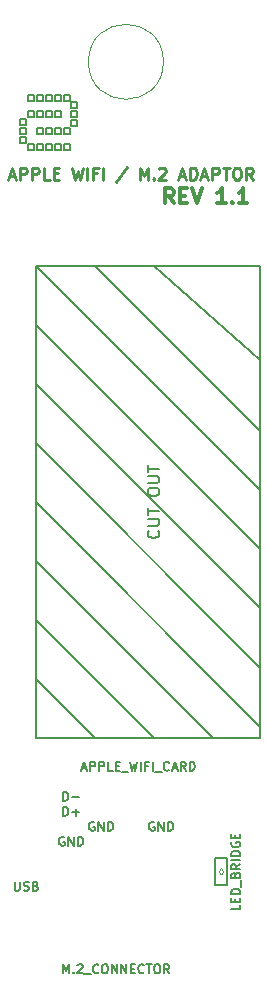
<source format=gto>
G04 #@! TF.FileFunction,Legend,Top*
%FSLAX46Y46*%
G04 Gerber Fmt 4.6, Leading zero omitted, Abs format (unit mm)*
G04 Created by KiCad (PCBNEW 4.0.5) date Monday, October 16, 2017 'PMt' 01:44:04 PM*
%MOMM*%
%LPD*%
G01*
G04 APERTURE LIST*
%ADD10C,0.100000*%
%ADD11C,0.317500*%
%ADD12C,0.254000*%
%ADD13C,0.190500*%
%ADD14C,0.150000*%
%ADD15C,0.152400*%
%ADD16C,0.050800*%
%ADD17C,0.114300*%
G04 APERTURE END LIST*
D10*
D11*
X44268571Y-76774524D02*
X43845238Y-76169762D01*
X43542857Y-76774524D02*
X43542857Y-75504524D01*
X44026666Y-75504524D01*
X44147619Y-75565000D01*
X44208095Y-75625476D01*
X44268571Y-75746429D01*
X44268571Y-75927857D01*
X44208095Y-76048810D01*
X44147619Y-76109286D01*
X44026666Y-76169762D01*
X43542857Y-76169762D01*
X44812857Y-76109286D02*
X45236190Y-76109286D01*
X45417619Y-76774524D02*
X44812857Y-76774524D01*
X44812857Y-75504524D01*
X45417619Y-75504524D01*
X45780476Y-75504524D02*
X46203810Y-76774524D01*
X46627143Y-75504524D01*
X48683333Y-76774524D02*
X47957619Y-76774524D01*
X48320476Y-76774524D02*
X48320476Y-75504524D01*
X48199524Y-75685952D01*
X48078571Y-75806905D01*
X47957619Y-75867381D01*
X49227619Y-76653571D02*
X49288095Y-76714048D01*
X49227619Y-76774524D01*
X49167143Y-76714048D01*
X49227619Y-76653571D01*
X49227619Y-76774524D01*
X50497619Y-76774524D02*
X49771905Y-76774524D01*
X50134762Y-76774524D02*
X50134762Y-75504524D01*
X50013810Y-75685952D01*
X49892857Y-75806905D01*
X49771905Y-75867381D01*
D12*
X30310667Y-74464333D02*
X30794476Y-74464333D01*
X30213905Y-74754619D02*
X30552572Y-73738619D01*
X30891238Y-74754619D01*
X31229905Y-74754619D02*
X31229905Y-73738619D01*
X31616952Y-73738619D01*
X31713714Y-73787000D01*
X31762095Y-73835381D01*
X31810476Y-73932143D01*
X31810476Y-74077286D01*
X31762095Y-74174048D01*
X31713714Y-74222429D01*
X31616952Y-74270810D01*
X31229905Y-74270810D01*
X32245905Y-74754619D02*
X32245905Y-73738619D01*
X32632952Y-73738619D01*
X32729714Y-73787000D01*
X32778095Y-73835381D01*
X32826476Y-73932143D01*
X32826476Y-74077286D01*
X32778095Y-74174048D01*
X32729714Y-74222429D01*
X32632952Y-74270810D01*
X32245905Y-74270810D01*
X33745714Y-74754619D02*
X33261905Y-74754619D01*
X33261905Y-73738619D01*
X34084381Y-74222429D02*
X34423047Y-74222429D01*
X34568190Y-74754619D02*
X34084381Y-74754619D01*
X34084381Y-73738619D01*
X34568190Y-73738619D01*
X35680952Y-73738619D02*
X35922857Y-74754619D01*
X36116380Y-74028905D01*
X36309904Y-74754619D01*
X36551809Y-73738619D01*
X36938857Y-74754619D02*
X36938857Y-73738619D01*
X37761333Y-74222429D02*
X37422667Y-74222429D01*
X37422667Y-74754619D02*
X37422667Y-73738619D01*
X37906476Y-73738619D01*
X38293524Y-74754619D02*
X38293524Y-73738619D01*
X40277143Y-73690238D02*
X39406286Y-74996524D01*
X41389905Y-74754619D02*
X41389905Y-73738619D01*
X41728571Y-74464333D01*
X42067238Y-73738619D01*
X42067238Y-74754619D01*
X42551048Y-74657857D02*
X42599429Y-74706238D01*
X42551048Y-74754619D01*
X42502667Y-74706238D01*
X42551048Y-74657857D01*
X42551048Y-74754619D01*
X42986477Y-73835381D02*
X43034858Y-73787000D01*
X43131620Y-73738619D01*
X43373524Y-73738619D01*
X43470286Y-73787000D01*
X43518667Y-73835381D01*
X43567048Y-73932143D01*
X43567048Y-74028905D01*
X43518667Y-74174048D01*
X42938096Y-74754619D01*
X43567048Y-74754619D01*
X44728191Y-74464333D02*
X45212000Y-74464333D01*
X44631429Y-74754619D02*
X44970096Y-73738619D01*
X45308762Y-74754619D01*
X45647429Y-74754619D02*
X45647429Y-73738619D01*
X45889334Y-73738619D01*
X46034476Y-73787000D01*
X46131238Y-73883762D01*
X46179619Y-73980524D01*
X46228000Y-74174048D01*
X46228000Y-74319190D01*
X46179619Y-74512714D01*
X46131238Y-74609476D01*
X46034476Y-74706238D01*
X45889334Y-74754619D01*
X45647429Y-74754619D01*
X46615048Y-74464333D02*
X47098857Y-74464333D01*
X46518286Y-74754619D02*
X46856953Y-73738619D01*
X47195619Y-74754619D01*
X47534286Y-74754619D02*
X47534286Y-73738619D01*
X47921333Y-73738619D01*
X48018095Y-73787000D01*
X48066476Y-73835381D01*
X48114857Y-73932143D01*
X48114857Y-74077286D01*
X48066476Y-74174048D01*
X48018095Y-74222429D01*
X47921333Y-74270810D01*
X47534286Y-74270810D01*
X48405143Y-73738619D02*
X48985714Y-73738619D01*
X48695429Y-74754619D02*
X48695429Y-73738619D01*
X49517905Y-73738619D02*
X49711428Y-73738619D01*
X49808190Y-73787000D01*
X49904952Y-73883762D01*
X49953333Y-74077286D01*
X49953333Y-74415952D01*
X49904952Y-74609476D01*
X49808190Y-74706238D01*
X49711428Y-74754619D01*
X49517905Y-74754619D01*
X49421143Y-74706238D01*
X49324381Y-74609476D01*
X49276000Y-74415952D01*
X49276000Y-74077286D01*
X49324381Y-73883762D01*
X49421143Y-73787000D01*
X49517905Y-73738619D01*
X50969333Y-74754619D02*
X50630667Y-74270810D01*
X50388762Y-74754619D02*
X50388762Y-73738619D01*
X50775809Y-73738619D01*
X50872571Y-73787000D01*
X50920952Y-73835381D01*
X50969333Y-73932143D01*
X50969333Y-74077286D01*
X50920952Y-74174048D01*
X50872571Y-74222429D01*
X50775809Y-74270810D01*
X50388762Y-74270810D01*
D13*
X34906858Y-141949714D02*
X34906858Y-141187714D01*
X35160858Y-141732000D01*
X35414858Y-141187714D01*
X35414858Y-141949714D01*
X35777715Y-141877143D02*
X35814000Y-141913429D01*
X35777715Y-141949714D01*
X35741429Y-141913429D01*
X35777715Y-141877143D01*
X35777715Y-141949714D01*
X36104286Y-141260286D02*
X36140572Y-141224000D01*
X36213143Y-141187714D01*
X36394572Y-141187714D01*
X36467143Y-141224000D01*
X36503429Y-141260286D01*
X36539714Y-141332857D01*
X36539714Y-141405429D01*
X36503429Y-141514286D01*
X36068000Y-141949714D01*
X36539714Y-141949714D01*
X36684857Y-142022286D02*
X37265428Y-142022286D01*
X37882285Y-141877143D02*
X37845999Y-141913429D01*
X37737142Y-141949714D01*
X37664571Y-141949714D01*
X37555714Y-141913429D01*
X37483142Y-141840857D01*
X37446857Y-141768286D01*
X37410571Y-141623143D01*
X37410571Y-141514286D01*
X37446857Y-141369143D01*
X37483142Y-141296571D01*
X37555714Y-141224000D01*
X37664571Y-141187714D01*
X37737142Y-141187714D01*
X37845999Y-141224000D01*
X37882285Y-141260286D01*
X38353999Y-141187714D02*
X38499142Y-141187714D01*
X38571714Y-141224000D01*
X38644285Y-141296571D01*
X38680571Y-141441714D01*
X38680571Y-141695714D01*
X38644285Y-141840857D01*
X38571714Y-141913429D01*
X38499142Y-141949714D01*
X38353999Y-141949714D01*
X38281428Y-141913429D01*
X38208857Y-141840857D01*
X38172571Y-141695714D01*
X38172571Y-141441714D01*
X38208857Y-141296571D01*
X38281428Y-141224000D01*
X38353999Y-141187714D01*
X39007143Y-141949714D02*
X39007143Y-141187714D01*
X39442571Y-141949714D01*
X39442571Y-141187714D01*
X39805429Y-141949714D02*
X39805429Y-141187714D01*
X40240857Y-141949714D01*
X40240857Y-141187714D01*
X40603715Y-141550571D02*
X40857715Y-141550571D01*
X40966572Y-141949714D02*
X40603715Y-141949714D01*
X40603715Y-141187714D01*
X40966572Y-141187714D01*
X41728572Y-141877143D02*
X41692286Y-141913429D01*
X41583429Y-141949714D01*
X41510858Y-141949714D01*
X41402001Y-141913429D01*
X41329429Y-141840857D01*
X41293144Y-141768286D01*
X41256858Y-141623143D01*
X41256858Y-141514286D01*
X41293144Y-141369143D01*
X41329429Y-141296571D01*
X41402001Y-141224000D01*
X41510858Y-141187714D01*
X41583429Y-141187714D01*
X41692286Y-141224000D01*
X41728572Y-141260286D01*
X41946286Y-141187714D02*
X42381715Y-141187714D01*
X42164001Y-141949714D02*
X42164001Y-141187714D01*
X42780857Y-141187714D02*
X42926000Y-141187714D01*
X42998572Y-141224000D01*
X43071143Y-141296571D01*
X43107429Y-141441714D01*
X43107429Y-141695714D01*
X43071143Y-141840857D01*
X42998572Y-141913429D01*
X42926000Y-141949714D01*
X42780857Y-141949714D01*
X42708286Y-141913429D01*
X42635715Y-141840857D01*
X42599429Y-141695714D01*
X42599429Y-141441714D01*
X42635715Y-141296571D01*
X42708286Y-141224000D01*
X42780857Y-141187714D01*
X43869429Y-141949714D02*
X43615429Y-141586857D01*
X43434001Y-141949714D02*
X43434001Y-141187714D01*
X43724286Y-141187714D01*
X43796858Y-141224000D01*
X43833143Y-141260286D01*
X43869429Y-141332857D01*
X43869429Y-141441714D01*
X43833143Y-141514286D01*
X43796858Y-141550571D01*
X43724286Y-141586857D01*
X43434001Y-141586857D01*
X42599428Y-129159000D02*
X42526857Y-129122714D01*
X42418000Y-129122714D01*
X42309143Y-129159000D01*
X42236571Y-129231571D01*
X42200286Y-129304143D01*
X42164000Y-129449286D01*
X42164000Y-129558143D01*
X42200286Y-129703286D01*
X42236571Y-129775857D01*
X42309143Y-129848429D01*
X42418000Y-129884714D01*
X42490571Y-129884714D01*
X42599428Y-129848429D01*
X42635714Y-129812143D01*
X42635714Y-129558143D01*
X42490571Y-129558143D01*
X42962286Y-129884714D02*
X42962286Y-129122714D01*
X43397714Y-129884714D01*
X43397714Y-129122714D01*
X43760572Y-129884714D02*
X43760572Y-129122714D01*
X43942000Y-129122714D01*
X44050857Y-129159000D01*
X44123429Y-129231571D01*
X44159714Y-129304143D01*
X44196000Y-129449286D01*
X44196000Y-129558143D01*
X44159714Y-129703286D01*
X44123429Y-129775857D01*
X44050857Y-129848429D01*
X43942000Y-129884714D01*
X43760572Y-129884714D01*
X37519428Y-129159000D02*
X37446857Y-129122714D01*
X37338000Y-129122714D01*
X37229143Y-129159000D01*
X37156571Y-129231571D01*
X37120286Y-129304143D01*
X37084000Y-129449286D01*
X37084000Y-129558143D01*
X37120286Y-129703286D01*
X37156571Y-129775857D01*
X37229143Y-129848429D01*
X37338000Y-129884714D01*
X37410571Y-129884714D01*
X37519428Y-129848429D01*
X37555714Y-129812143D01*
X37555714Y-129558143D01*
X37410571Y-129558143D01*
X37882286Y-129884714D02*
X37882286Y-129122714D01*
X38317714Y-129884714D01*
X38317714Y-129122714D01*
X38680572Y-129884714D02*
X38680572Y-129122714D01*
X38862000Y-129122714D01*
X38970857Y-129159000D01*
X39043429Y-129231571D01*
X39079714Y-129304143D01*
X39116000Y-129449286D01*
X39116000Y-129558143D01*
X39079714Y-129703286D01*
X39043429Y-129775857D01*
X38970857Y-129848429D01*
X38862000Y-129884714D01*
X38680572Y-129884714D01*
X49874714Y-136180285D02*
X49874714Y-136543142D01*
X49112714Y-136543142D01*
X49475571Y-135926285D02*
X49475571Y-135672285D01*
X49874714Y-135563428D02*
X49874714Y-135926285D01*
X49112714Y-135926285D01*
X49112714Y-135563428D01*
X49874714Y-135236856D02*
X49112714Y-135236856D01*
X49112714Y-135055428D01*
X49149000Y-134946571D01*
X49221571Y-134873999D01*
X49294143Y-134837714D01*
X49439286Y-134801428D01*
X49548143Y-134801428D01*
X49693286Y-134837714D01*
X49765857Y-134873999D01*
X49838429Y-134946571D01*
X49874714Y-135055428D01*
X49874714Y-135236856D01*
X49947286Y-134656285D02*
X49947286Y-134075714D01*
X49475571Y-133640285D02*
X49511857Y-133531428D01*
X49548143Y-133495143D01*
X49620714Y-133458857D01*
X49729571Y-133458857D01*
X49802143Y-133495143D01*
X49838429Y-133531428D01*
X49874714Y-133604000D01*
X49874714Y-133894285D01*
X49112714Y-133894285D01*
X49112714Y-133640285D01*
X49149000Y-133567714D01*
X49185286Y-133531428D01*
X49257857Y-133495143D01*
X49330429Y-133495143D01*
X49403000Y-133531428D01*
X49439286Y-133567714D01*
X49475571Y-133640285D01*
X49475571Y-133894285D01*
X49874714Y-132696857D02*
X49511857Y-132950857D01*
X49874714Y-133132285D02*
X49112714Y-133132285D01*
X49112714Y-132842000D01*
X49149000Y-132769428D01*
X49185286Y-132733143D01*
X49257857Y-132696857D01*
X49366714Y-132696857D01*
X49439286Y-132733143D01*
X49475571Y-132769428D01*
X49511857Y-132842000D01*
X49511857Y-133132285D01*
X49874714Y-132370285D02*
X49112714Y-132370285D01*
X49874714Y-132007428D02*
X49112714Y-132007428D01*
X49112714Y-131826000D01*
X49149000Y-131717143D01*
X49221571Y-131644571D01*
X49294143Y-131608286D01*
X49439286Y-131572000D01*
X49548143Y-131572000D01*
X49693286Y-131608286D01*
X49765857Y-131644571D01*
X49838429Y-131717143D01*
X49874714Y-131826000D01*
X49874714Y-132007428D01*
X49149000Y-130846286D02*
X49112714Y-130918857D01*
X49112714Y-131027714D01*
X49149000Y-131136571D01*
X49221571Y-131209143D01*
X49294143Y-131245428D01*
X49439286Y-131281714D01*
X49548143Y-131281714D01*
X49693286Y-131245428D01*
X49765857Y-131209143D01*
X49838429Y-131136571D01*
X49874714Y-131027714D01*
X49874714Y-130955143D01*
X49838429Y-130846286D01*
X49802143Y-130810000D01*
X49548143Y-130810000D01*
X49548143Y-130955143D01*
X49475571Y-130483428D02*
X49475571Y-130229428D01*
X49874714Y-130120571D02*
X49874714Y-130483428D01*
X49112714Y-130483428D01*
X49112714Y-130120571D01*
X34888715Y-127344714D02*
X34888715Y-126582714D01*
X35070143Y-126582714D01*
X35179000Y-126619000D01*
X35251572Y-126691571D01*
X35287857Y-126764143D01*
X35324143Y-126909286D01*
X35324143Y-127018143D01*
X35287857Y-127163286D01*
X35251572Y-127235857D01*
X35179000Y-127308429D01*
X35070143Y-127344714D01*
X34888715Y-127344714D01*
X35650715Y-127054429D02*
X36231286Y-127054429D01*
X34888715Y-128614714D02*
X34888715Y-127852714D01*
X35070143Y-127852714D01*
X35179000Y-127889000D01*
X35251572Y-127961571D01*
X35287857Y-128034143D01*
X35324143Y-128179286D01*
X35324143Y-128288143D01*
X35287857Y-128433286D01*
X35251572Y-128505857D01*
X35179000Y-128578429D01*
X35070143Y-128614714D01*
X34888715Y-128614714D01*
X35650715Y-128324429D02*
X36231286Y-128324429D01*
X35941000Y-128614714D02*
X35941000Y-128034143D01*
X34979428Y-130429000D02*
X34906857Y-130392714D01*
X34798000Y-130392714D01*
X34689143Y-130429000D01*
X34616571Y-130501571D01*
X34580286Y-130574143D01*
X34544000Y-130719286D01*
X34544000Y-130828143D01*
X34580286Y-130973286D01*
X34616571Y-131045857D01*
X34689143Y-131118429D01*
X34798000Y-131154714D01*
X34870571Y-131154714D01*
X34979428Y-131118429D01*
X35015714Y-131082143D01*
X35015714Y-130828143D01*
X34870571Y-130828143D01*
X35342286Y-131154714D02*
X35342286Y-130392714D01*
X35777714Y-131154714D01*
X35777714Y-130392714D01*
X36140572Y-131154714D02*
X36140572Y-130392714D01*
X36322000Y-130392714D01*
X36430857Y-130429000D01*
X36503429Y-130501571D01*
X36539714Y-130574143D01*
X36576000Y-130719286D01*
X36576000Y-130828143D01*
X36539714Y-130973286D01*
X36503429Y-131045857D01*
X36430857Y-131118429D01*
X36322000Y-131154714D01*
X36140572Y-131154714D01*
D14*
X32592000Y-117066000D02*
X37592000Y-122066000D01*
X42592000Y-82066000D02*
X51592000Y-90066000D01*
X37592000Y-82066000D02*
X51592000Y-96066000D01*
X32592000Y-82066000D02*
X51592000Y-101066000D01*
X32592000Y-87066000D02*
X51592000Y-106066000D01*
X32592000Y-92066000D02*
X51592000Y-111066000D01*
X32592000Y-97066000D02*
X51592000Y-116066000D01*
X32592000Y-102066000D02*
X51592000Y-121066000D01*
X32592000Y-107066000D02*
X47592000Y-122066000D01*
X32592000Y-112066000D02*
X42592000Y-122066000D01*
X51592000Y-82066000D02*
X51592000Y-122066000D01*
X32592000Y-82066000D02*
X32592000Y-122066000D01*
X32592000Y-82066000D02*
X51592000Y-82066000D01*
X32592000Y-122066000D02*
X51592000Y-122066000D01*
D15*
X47752000Y-134493000D02*
X48768000Y-134493000D01*
X48768000Y-134493000D02*
X48768000Y-132207000D01*
X48768000Y-132207000D02*
X47752000Y-132207000D01*
X47752000Y-132207000D02*
X47752000Y-134493000D01*
D16*
X43385000Y-64780000D02*
G75*
G03X43385000Y-64780000I-3175000J0D01*
G01*
D14*
X34925000Y-71755000D02*
X35433000Y-71755000D01*
X35433000Y-71755000D02*
X35433000Y-72263000D01*
X35433000Y-72263000D02*
X34925000Y-72263000D01*
X34925000Y-72263000D02*
X34925000Y-71755000D01*
X34163000Y-71755000D02*
X34671000Y-71755000D01*
X34671000Y-71755000D02*
X34671000Y-72263000D01*
X34671000Y-72263000D02*
X34163000Y-72263000D01*
X34163000Y-72263000D02*
X34163000Y-71755000D01*
X33401000Y-71755000D02*
X33909000Y-71755000D01*
X33909000Y-71755000D02*
X33909000Y-72263000D01*
X33909000Y-72263000D02*
X33401000Y-72263000D01*
X33401000Y-72263000D02*
X33401000Y-71755000D01*
X32639000Y-71755000D02*
X33147000Y-71755000D01*
X33147000Y-71755000D02*
X33147000Y-72263000D01*
X33147000Y-72263000D02*
X32639000Y-72263000D01*
X32639000Y-72263000D02*
X32639000Y-71755000D01*
X31877000Y-71755000D02*
X32385000Y-71755000D01*
X32385000Y-71755000D02*
X32385000Y-72263000D01*
X32385000Y-72263000D02*
X31877000Y-72263000D01*
X31877000Y-72263000D02*
X31877000Y-71755000D01*
X31242000Y-71120000D02*
X31750000Y-71120000D01*
X31750000Y-71120000D02*
X31750000Y-71628000D01*
X31750000Y-71628000D02*
X31242000Y-71628000D01*
X31242000Y-71628000D02*
X31242000Y-71120000D01*
X31750000Y-70358000D02*
X31750000Y-70866000D01*
X31750000Y-70866000D02*
X31242000Y-70866000D01*
X31242000Y-70866000D02*
X31242000Y-70358000D01*
X31242000Y-70358000D02*
X31750000Y-70358000D01*
X31750000Y-69596000D02*
X31750000Y-70104000D01*
X31750000Y-70104000D02*
X31242000Y-70104000D01*
X31242000Y-70104000D02*
X31242000Y-69596000D01*
X31242000Y-69596000D02*
X31750000Y-69596000D01*
X32385000Y-68961000D02*
X32385000Y-69469000D01*
X32385000Y-69469000D02*
X31877000Y-69469000D01*
X31877000Y-69469000D02*
X31877000Y-68961000D01*
X31877000Y-68961000D02*
X32385000Y-68961000D01*
X33147000Y-69469000D02*
X33147000Y-68961000D01*
X33147000Y-68961000D02*
X32639000Y-68961000D01*
X32639000Y-68961000D02*
X32639000Y-69469000D01*
X32639000Y-69469000D02*
X33147000Y-69469000D01*
X33909000Y-68961000D02*
X33909000Y-69469000D01*
X33909000Y-69469000D02*
X33401000Y-69469000D01*
X33401000Y-69469000D02*
X33401000Y-68961000D01*
X33401000Y-68961000D02*
X33909000Y-68961000D01*
X34671000Y-69469000D02*
X34671000Y-68961000D01*
X34671000Y-68961000D02*
X34163000Y-68961000D01*
X34163000Y-68961000D02*
X34163000Y-69469000D01*
X34163000Y-69469000D02*
X34671000Y-69469000D01*
X33147000Y-70866000D02*
X33147000Y-70358000D01*
X33147000Y-70358000D02*
X32639000Y-70358000D01*
X32639000Y-70358000D02*
X32639000Y-70866000D01*
X32639000Y-70866000D02*
X33147000Y-70866000D01*
X33909000Y-70866000D02*
X33401000Y-70866000D01*
X33401000Y-70866000D02*
X33401000Y-70358000D01*
X33909000Y-70866000D02*
X33909000Y-70358000D01*
X33909000Y-70358000D02*
X33401000Y-70358000D01*
X34671000Y-70358000D02*
X34671000Y-70866000D01*
X34671000Y-70866000D02*
X34163000Y-70866000D01*
X34163000Y-70866000D02*
X34163000Y-70358000D01*
X34163000Y-70358000D02*
X34671000Y-70358000D01*
X35433000Y-70358000D02*
X35433000Y-70866000D01*
X35433000Y-70866000D02*
X34925000Y-70866000D01*
X34925000Y-70866000D02*
X34925000Y-70358000D01*
X34925000Y-70358000D02*
X35433000Y-70358000D01*
X35560000Y-69723000D02*
X36068000Y-69723000D01*
X36068000Y-69723000D02*
X36068000Y-70231000D01*
X36068000Y-70231000D02*
X35560000Y-70231000D01*
X35560000Y-70231000D02*
X35560000Y-69723000D01*
X35560000Y-68961000D02*
X36068000Y-68961000D01*
X36068000Y-68961000D02*
X36068000Y-69469000D01*
X36068000Y-69469000D02*
X35560000Y-69469000D01*
X35560000Y-69469000D02*
X35560000Y-68961000D01*
X35560000Y-68199000D02*
X36068000Y-68199000D01*
X36068000Y-68199000D02*
X36068000Y-68707000D01*
X36068000Y-68707000D02*
X35560000Y-68707000D01*
X35560000Y-68707000D02*
X35560000Y-68199000D01*
X34925000Y-67564000D02*
X34925000Y-68072000D01*
X34925000Y-68072000D02*
X35433000Y-68072000D01*
X35433000Y-68072000D02*
X35433000Y-67564000D01*
X35433000Y-67564000D02*
X34925000Y-67564000D01*
X34163000Y-67564000D02*
X34163000Y-68072000D01*
X34163000Y-68072000D02*
X34671000Y-68072000D01*
X34671000Y-68072000D02*
X34671000Y-67564000D01*
X34671000Y-67564000D02*
X34163000Y-67564000D01*
X33401000Y-67564000D02*
X33401000Y-68072000D01*
X33401000Y-68072000D02*
X33909000Y-68072000D01*
X33909000Y-68072000D02*
X33909000Y-67564000D01*
X33909000Y-67564000D02*
X33401000Y-67564000D01*
X32639000Y-67564000D02*
X32639000Y-68072000D01*
X32639000Y-68072000D02*
X33147000Y-68072000D01*
X33147000Y-68072000D02*
X33147000Y-67564000D01*
X33147000Y-67564000D02*
X32639000Y-67564000D01*
X31877000Y-67564000D02*
X31877000Y-68072000D01*
X31877000Y-68072000D02*
X32385000Y-68072000D01*
X32385000Y-68072000D02*
X32385000Y-67564000D01*
X32385000Y-67564000D02*
X31877000Y-67564000D01*
D13*
X36503429Y-124587000D02*
X36866286Y-124587000D01*
X36430857Y-124804714D02*
X36684857Y-124042714D01*
X36938857Y-124804714D01*
X37192858Y-124804714D02*
X37192858Y-124042714D01*
X37483143Y-124042714D01*
X37555715Y-124079000D01*
X37592000Y-124115286D01*
X37628286Y-124187857D01*
X37628286Y-124296714D01*
X37592000Y-124369286D01*
X37555715Y-124405571D01*
X37483143Y-124441857D01*
X37192858Y-124441857D01*
X37954858Y-124804714D02*
X37954858Y-124042714D01*
X38245143Y-124042714D01*
X38317715Y-124079000D01*
X38354000Y-124115286D01*
X38390286Y-124187857D01*
X38390286Y-124296714D01*
X38354000Y-124369286D01*
X38317715Y-124405571D01*
X38245143Y-124441857D01*
X37954858Y-124441857D01*
X39079715Y-124804714D02*
X38716858Y-124804714D01*
X38716858Y-124042714D01*
X39333715Y-124405571D02*
X39587715Y-124405571D01*
X39696572Y-124804714D02*
X39333715Y-124804714D01*
X39333715Y-124042714D01*
X39696572Y-124042714D01*
X39841715Y-124877286D02*
X40422286Y-124877286D01*
X40531143Y-124042714D02*
X40712572Y-124804714D01*
X40857715Y-124260429D01*
X41002857Y-124804714D01*
X41184286Y-124042714D01*
X41474572Y-124804714D02*
X41474572Y-124042714D01*
X42091429Y-124405571D02*
X41837429Y-124405571D01*
X41837429Y-124804714D02*
X41837429Y-124042714D01*
X42200286Y-124042714D01*
X42490572Y-124804714D02*
X42490572Y-124042714D01*
X42672000Y-124877286D02*
X43252571Y-124877286D01*
X43869428Y-124732143D02*
X43833142Y-124768429D01*
X43724285Y-124804714D01*
X43651714Y-124804714D01*
X43542857Y-124768429D01*
X43470285Y-124695857D01*
X43434000Y-124623286D01*
X43397714Y-124478143D01*
X43397714Y-124369286D01*
X43434000Y-124224143D01*
X43470285Y-124151571D01*
X43542857Y-124079000D01*
X43651714Y-124042714D01*
X43724285Y-124042714D01*
X43833142Y-124079000D01*
X43869428Y-124115286D01*
X44159714Y-124587000D02*
X44522571Y-124587000D01*
X44087142Y-124804714D02*
X44341142Y-124042714D01*
X44595142Y-124804714D01*
X45284571Y-124804714D02*
X45030571Y-124441857D01*
X44849143Y-124804714D02*
X44849143Y-124042714D01*
X45139428Y-124042714D01*
X45212000Y-124079000D01*
X45248285Y-124115286D01*
X45284571Y-124187857D01*
X45284571Y-124296714D01*
X45248285Y-124369286D01*
X45212000Y-124405571D01*
X45139428Y-124441857D01*
X44849143Y-124441857D01*
X45611143Y-124804714D02*
X45611143Y-124042714D01*
X45792571Y-124042714D01*
X45901428Y-124079000D01*
X45974000Y-124151571D01*
X46010285Y-124224143D01*
X46046571Y-124369286D01*
X46046571Y-124478143D01*
X46010285Y-124623286D01*
X45974000Y-124695857D01*
X45901428Y-124768429D01*
X45792571Y-124804714D01*
X45611143Y-124804714D01*
D14*
X42949143Y-104470762D02*
X42996762Y-104518381D01*
X43044381Y-104661238D01*
X43044381Y-104756476D01*
X42996762Y-104899334D01*
X42901524Y-104994572D01*
X42806286Y-105042191D01*
X42615810Y-105089810D01*
X42472952Y-105089810D01*
X42282476Y-105042191D01*
X42187238Y-104994572D01*
X42092000Y-104899334D01*
X42044381Y-104756476D01*
X42044381Y-104661238D01*
X42092000Y-104518381D01*
X42139619Y-104470762D01*
X42044381Y-104042191D02*
X42853905Y-104042191D01*
X42949143Y-103994572D01*
X42996762Y-103946953D01*
X43044381Y-103851715D01*
X43044381Y-103661238D01*
X42996762Y-103566000D01*
X42949143Y-103518381D01*
X42853905Y-103470762D01*
X42044381Y-103470762D01*
X42044381Y-103137429D02*
X42044381Y-102566000D01*
X43044381Y-102851715D02*
X42044381Y-102851715D01*
X42044381Y-101280286D02*
X42044381Y-101089809D01*
X42092000Y-100994571D01*
X42187238Y-100899333D01*
X42377714Y-100851714D01*
X42711048Y-100851714D01*
X42901524Y-100899333D01*
X42996762Y-100994571D01*
X43044381Y-101089809D01*
X43044381Y-101280286D01*
X42996762Y-101375524D01*
X42901524Y-101470762D01*
X42711048Y-101518381D01*
X42377714Y-101518381D01*
X42187238Y-101470762D01*
X42092000Y-101375524D01*
X42044381Y-101280286D01*
X42044381Y-100423143D02*
X42853905Y-100423143D01*
X42949143Y-100375524D01*
X42996762Y-100327905D01*
X43044381Y-100232667D01*
X43044381Y-100042190D01*
X42996762Y-99946952D01*
X42949143Y-99899333D01*
X42853905Y-99851714D01*
X42044381Y-99851714D01*
X42044381Y-99518381D02*
X42044381Y-98946952D01*
X43044381Y-99232667D02*
X42044381Y-99232667D01*
D13*
X30788429Y-134202714D02*
X30788429Y-134819571D01*
X30824714Y-134892143D01*
X30861000Y-134928429D01*
X30933571Y-134964714D01*
X31078714Y-134964714D01*
X31151286Y-134928429D01*
X31187571Y-134892143D01*
X31223857Y-134819571D01*
X31223857Y-134202714D01*
X31550429Y-134928429D02*
X31659286Y-134964714D01*
X31840715Y-134964714D01*
X31913286Y-134928429D01*
X31949572Y-134892143D01*
X31985857Y-134819571D01*
X31985857Y-134747000D01*
X31949572Y-134674429D01*
X31913286Y-134638143D01*
X31840715Y-134601857D01*
X31695572Y-134565571D01*
X31623000Y-134529286D01*
X31586715Y-134493000D01*
X31550429Y-134420429D01*
X31550429Y-134347857D01*
X31586715Y-134275286D01*
X31623000Y-134239000D01*
X31695572Y-134202714D01*
X31877000Y-134202714D01*
X31985857Y-134239000D01*
X32566429Y-134565571D02*
X32675286Y-134601857D01*
X32711571Y-134638143D01*
X32747857Y-134710714D01*
X32747857Y-134819571D01*
X32711571Y-134892143D01*
X32675286Y-134928429D01*
X32602714Y-134964714D01*
X32312429Y-134964714D01*
X32312429Y-134202714D01*
X32566429Y-134202714D01*
X32639000Y-134239000D01*
X32675286Y-134275286D01*
X32711571Y-134347857D01*
X32711571Y-134420429D01*
X32675286Y-134493000D01*
X32639000Y-134529286D01*
X32566429Y-134565571D01*
X32312429Y-134565571D01*
D17*
X48235809Y-133071810D02*
X48284190Y-133071810D01*
X48332571Y-133096000D01*
X48356762Y-133120190D01*
X48380952Y-133168571D01*
X48405143Y-133265333D01*
X48405143Y-133386286D01*
X48380952Y-133483048D01*
X48356762Y-133531429D01*
X48332571Y-133555619D01*
X48284190Y-133579810D01*
X48235809Y-133579810D01*
X48187428Y-133555619D01*
X48163238Y-133531429D01*
X48139047Y-133483048D01*
X48114857Y-133386286D01*
X48114857Y-133265333D01*
X48139047Y-133168571D01*
X48163238Y-133120190D01*
X48187428Y-133096000D01*
X48235809Y-133071810D01*
M02*

</source>
